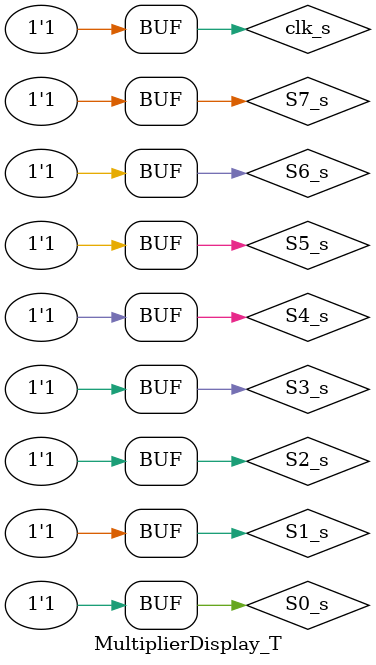
<source format=v>
`timescale 1ns / 1ps

module MultiplierDisplay_T();

	reg clk_s;
	reg S7_s, S6_s, S5_s, S4_s, S3_s, S2_s, S1_s, S0_s;
	wire L7_s, L6_s, L5_s, L4_s, L3_s, L2_s, L1_s, L0_s;
	wire E3_s, E2_s, E1_s, E0_s;
	wire ZA_s, ZB_s, ZC_s, ZD_s, ZE_s, ZF_s, ZG_s, ZDP_s;

	MultiplierDisplay test(clk_s, S7_s, S6_s, S5_s, S4_s, S3_s, S2_s, S1_s, S0_s, L7_s, L6_s, L5_s, L4_s, L3_s, L2_s, L1_s, L0_s, E3_s, E2_s, E1_s, E0_s, ZA_s, ZB_s, ZC_s, ZD_s, ZE_s, ZF_s, ZG_s, ZDP_s);

	always begin
		clk_s <= 0;
		#10;
		clk_s <= 1;
		#10;
	end

	initial begin
		S7_s <= 0; S6_s <= 0; S5_s <= 0; S4_s <= 0; S3_s <= 0; S2_s <= 0; S1_s <= 0; S0_s <= 0; // 0 * 0 = 0
		#10 S7_s <= 0; S6_s <= 0; S5_s <= 1; S4_s <= 0; S3_s <= 0; S2_s <= 0; S1_s <= 1; S0_s <= 1; // 2 * 3 = 6
		#10 S7_s <= 0; S6_s <= 0; S5_s <= 1; S4_s <= 1; S3_s <= 0; S2_s <= 0; S1_s <= 1; S0_s <= 1; // 3 * 3 = 9
		#10 S7_s <= 0; S6_s <= 1; S5_s <= 0; S4_s <= 1; S3_s <= 0; S2_s <= 0; S1_s <= 1; S0_s <= 0; // 5 * 2 = 10
		#10 S7_s <= 1; S6_s <= 0; S5_s <= 0; S4_s <= 0; S3_s <= 0; S2_s <= 1; S1_s <= 0; S0_s <= 0; // 8 * 4 = 32
		#10 S7_s <= 1; S6_s <= 0; S5_s <= 0; S4_s <= 1; S3_s <= 0; S2_s <= 1; S1_s <= 1; S0_s <= 0; // 9 * 6 = 54
		#10 S7_s <= 1; S6_s <= 0; S5_s <= 1; S4_s <= 1; S3_s <= 1; S2_s <= 0; S1_s <= 0; S0_s <= 1; // 11 * 9 = 99
		#10 S7_s <= 1; S6_s <= 0; S5_s <= 1; S4_s <= 0; S3_s <= 1; S2_s <= 0; S1_s <= 1; S0_s <= 0; // 10 * 10 = 100
		#10 S7_s <= 1; S6_s <= 1; S5_s <= 0; S4_s <= 1; S3_s <= 1; S2_s <= 0; S1_s <= 0; S0_s <= 0; // 13 * 8 = 104
		#10 S7_s <= 1; S6_s <= 1; S5_s <= 0; S4_s <= 0; S3_s <= 1; S2_s <= 0; S1_s <= 1; S0_s <= 0; // 12 * 10 = 120
		#10 S7_s <= 1; S6_s <= 1; S5_s <= 0; S4_s <= 0; S3_s <= 1; S2_s <= 1; S1_s <= 0; S0_s <= 0; // 12 * 12 = 144
		#10 S7_s <= 1; S6_s <= 1; S5_s <= 1; S4_s <= 1; S3_s <= 1; S2_s <= 0; S1_s <= 1; S0_s <= 1; // 15 * 11 = 165
		#10 S7_s <= 1; S6_s <= 1; S5_s <= 1; S4_s <= 1; S3_s <= 1; S2_s <= 1; S1_s <= 1; S0_s <= 0; // 15 * 14 = 210
		#10 S7_s <= 1; S6_s <= 1; S5_s <= 1; S4_s <= 1; S3_s <= 1; S2_s <= 1; S1_s <= 1; S0_s <= 1; // 15 * 15 = 225
	end

endmodule

</source>
